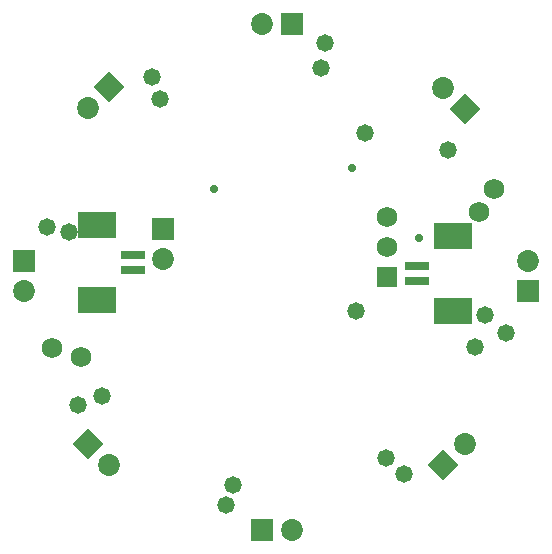
<source format=gbs>
G04 Layer_Color=8150272*
%FSLAX25Y25*%
%MOIN*%
G70*
G01*
G75*
%ADD61C,0.06800*%
%ADD62C,0.07300*%
%ADD63P,0.10324X4X270.0*%
%ADD64R,0.07300X0.07300*%
%ADD65P,0.10324X4X360.0*%
%ADD66R,0.07300X0.07300*%
%ADD67R,0.06902X0.06902*%
%ADD68C,0.06902*%
%ADD69C,0.05800*%
%ADD70C,0.02800*%
%ADD71R,0.12611X0.09068*%
%ADD72R,0.07887X0.03162*%
D61*
X220472Y290945D02*
D03*
X229921Y287795D02*
D03*
X362598Y336221D02*
D03*
X367717Y344094D02*
D03*
D62*
X232291Y370874D02*
D03*
X211024Y309961D02*
D03*
X239362Y251976D02*
D03*
X300276Y230315D02*
D03*
X357866Y259047D02*
D03*
X379134Y319961D02*
D03*
X350795Y377551D02*
D03*
X290276Y398819D02*
D03*
X257480Y320590D02*
D03*
D63*
X239362Y377945D02*
D03*
X350795Y251976D02*
D03*
D64*
X211024Y319961D02*
D03*
X379134Y309961D02*
D03*
X257480Y330591D02*
D03*
D65*
X232291Y259047D02*
D03*
X357866Y370480D02*
D03*
D66*
X290276Y230315D02*
D03*
X300276Y398819D02*
D03*
D67*
X331890Y314567D02*
D03*
D68*
Y324567D02*
D03*
Y334567D02*
D03*
D69*
X324803Y362598D02*
D03*
X321654Y303150D02*
D03*
X309842Y384252D02*
D03*
X352362Y357087D02*
D03*
X311417Y392520D02*
D03*
X253543Y381102D02*
D03*
X256299Y374016D02*
D03*
X218504Y331102D02*
D03*
X225984Y329528D02*
D03*
X229134Y272047D02*
D03*
X237008Y274803D02*
D03*
X278346Y238583D02*
D03*
X280709Y245276D02*
D03*
X331496Y254331D02*
D03*
X337795Y248819D02*
D03*
X361417Y291339D02*
D03*
X371654Y296063D02*
D03*
X364567Y301969D02*
D03*
D70*
X320276Y350984D02*
D03*
X342520Y327559D02*
D03*
X274213Y343898D02*
D03*
D71*
X353937Y328150D02*
D03*
Y303150D02*
D03*
X235433Y306890D02*
D03*
Y331890D02*
D03*
D72*
X342126Y313189D02*
D03*
Y318110D02*
D03*
X247244Y321850D02*
D03*
Y316929D02*
D03*
M02*

</source>
